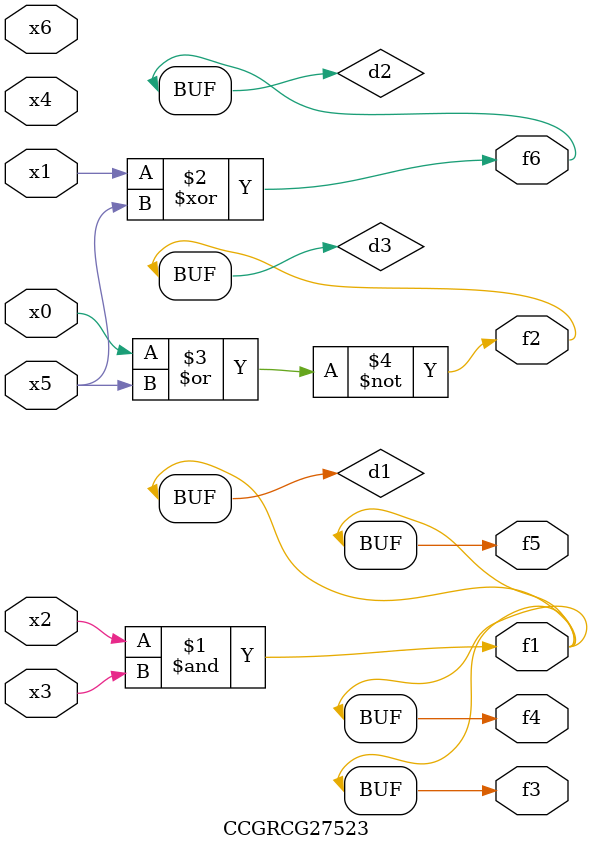
<source format=v>
module CCGRCG27523(
	input x0, x1, x2, x3, x4, x5, x6,
	output f1, f2, f3, f4, f5, f6
);

	wire d1, d2, d3;

	and (d1, x2, x3);
	xor (d2, x1, x5);
	nor (d3, x0, x5);
	assign f1 = d1;
	assign f2 = d3;
	assign f3 = d1;
	assign f4 = d1;
	assign f5 = d1;
	assign f6 = d2;
endmodule

</source>
